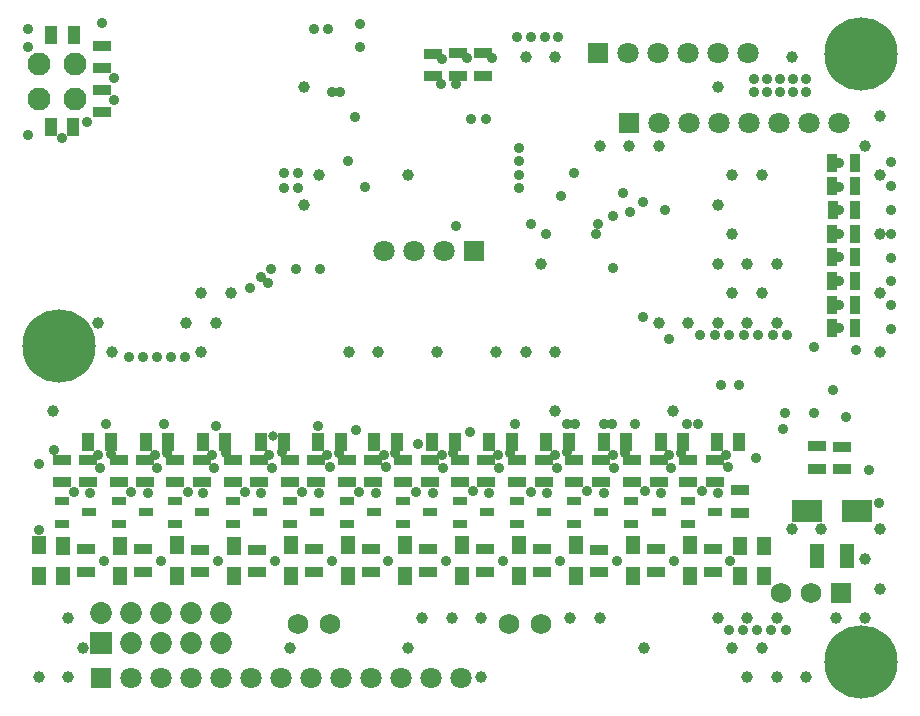
<source format=gbs>
G04*
G04 #@! TF.GenerationSoftware,Altium Limited,Altium Designer,18.1.9 (240)*
G04*
G04 Layer_Color=16711935*
%FSLAX44Y44*%
%MOMM*%
G71*
G01*
G75*
%ADD31R,1.1032X1.5032*%
%ADD36R,1.5032X0.9032*%
%ADD37R,0.9032X1.5032*%
%ADD43C,6.2032*%
%ADD44C,1.8032*%
%ADD45R,1.8032X1.8032*%
%ADD46C,1.8532*%
%ADD47R,1.8532X1.8532*%
%ADD48C,1.7272*%
%ADD49R,1.7272X1.7272*%
%ADD50C,1.9532*%
%ADD51C,1.0032*%
%ADD52C,0.8032*%
%ADD53C,0.9032*%
%ADD69R,1.2032X1.6032*%
%ADD70R,1.2532X0.8032*%
%ADD71R,1.2032X2.0032*%
%ADD72R,2.5032X1.9032*%
D31*
X203090Y199680D02*
D03*
X184090D02*
D03*
X444840D02*
D03*
X425840D02*
D03*
X-42250Y466250D02*
D03*
X-23250D02*
D03*
X-23000Y544500D02*
D03*
X-42000D02*
D03*
X521590Y199680D02*
D03*
X540590D02*
D03*
X474090D02*
D03*
X493090D02*
D03*
X377340D02*
D03*
X396340D02*
D03*
X328840D02*
D03*
X347840D02*
D03*
X231658D02*
D03*
X250658D02*
D03*
X280590D02*
D03*
X299590D02*
D03*
X135840D02*
D03*
X154840D02*
D03*
X86590D02*
D03*
X105590D02*
D03*
X38090D02*
D03*
X57090D02*
D03*
X-10410D02*
D03*
X8590D02*
D03*
D36*
X518340Y108930D02*
D03*
Y89930D02*
D03*
X470340Y108930D02*
D03*
Y89930D02*
D03*
X421840Y108680D02*
D03*
Y89680D02*
D03*
X373590Y108930D02*
D03*
Y89930D02*
D03*
X325340Y108930D02*
D03*
Y89930D02*
D03*
X277090Y108930D02*
D03*
Y89930D02*
D03*
X228840Y108930D02*
D03*
Y89930D02*
D03*
X180340Y108930D02*
D03*
Y89930D02*
D03*
X132090Y108680D02*
D03*
Y89680D02*
D03*
X83840Y108680D02*
D03*
Y89680D02*
D03*
X35590Y108930D02*
D03*
Y89930D02*
D03*
X-12660Y108930D02*
D03*
Y89930D02*
D03*
X541516Y140006D02*
D03*
Y159006D02*
D03*
X520340Y165680D02*
D03*
Y184680D02*
D03*
X497340Y165680D02*
D03*
Y184680D02*
D03*
X472340Y165680D02*
D03*
Y184680D02*
D03*
X449590Y165680D02*
D03*
Y184680D02*
D03*
X423840Y165680D02*
D03*
Y184680D02*
D03*
X400840Y165680D02*
D03*
Y184680D02*
D03*
X375090Y165680D02*
D03*
Y184680D02*
D03*
X352090Y165680D02*
D03*
Y184680D02*
D03*
X326340Y165680D02*
D03*
Y184680D02*
D03*
X303840Y165680D02*
D03*
Y184680D02*
D03*
X278590Y184680D02*
D03*
Y165680D02*
D03*
X255590Y165680D02*
D03*
Y184680D02*
D03*
X230120Y165680D02*
D03*
Y184680D02*
D03*
X208090Y165680D02*
D03*
Y184680D02*
D03*
X181860Y165680D02*
D03*
Y184680D02*
D03*
X159840Y165680D02*
D03*
Y184680D02*
D03*
X133600Y165680D02*
D03*
Y184680D02*
D03*
X111590Y165680D02*
D03*
Y184680D02*
D03*
X85340D02*
D03*
Y165680D02*
D03*
X62840Y184680D02*
D03*
Y165680D02*
D03*
X37080Y184680D02*
D03*
Y165680D02*
D03*
X15090Y184680D02*
D03*
Y165680D02*
D03*
X-11180Y184680D02*
D03*
Y165680D02*
D03*
X-33160D02*
D03*
Y184680D02*
D03*
X606530Y176970D02*
D03*
Y195970D02*
D03*
X627740Y176810D02*
D03*
Y195810D02*
D03*
X323500Y509750D02*
D03*
Y528750D02*
D03*
X302250Y509750D02*
D03*
Y528750D02*
D03*
X281000Y509500D02*
D03*
Y528500D02*
D03*
X1250Y478750D02*
D03*
Y497750D02*
D03*
Y516000D02*
D03*
Y535000D02*
D03*
D37*
X638500Y356000D02*
D03*
X619500D02*
D03*
X638500Y296000D02*
D03*
X619500D02*
D03*
X638500Y315857D02*
D03*
X619500D02*
D03*
X638500Y335964D02*
D03*
X619500D02*
D03*
X638500Y376000D02*
D03*
X619500D02*
D03*
X638560Y396000D02*
D03*
X619560D02*
D03*
X638500Y416143D02*
D03*
X619500D02*
D03*
X638370Y436250D02*
D03*
X619370D02*
D03*
D43*
X-35765Y280937D02*
D03*
X643860Y528340D02*
D03*
Y13226D02*
D03*
D44*
X290400Y361250D02*
D03*
X265000D02*
D03*
X239600D02*
D03*
X203200Y0D02*
D03*
X127000D02*
D03*
X76200D02*
D03*
X25400D02*
D03*
X50800D02*
D03*
X101600D02*
D03*
X152400D02*
D03*
X177800D02*
D03*
X228600D02*
D03*
X254000D02*
D03*
X279400D02*
D03*
X304800D02*
D03*
X574410Y470000D02*
D03*
X523610D02*
D03*
X472810D02*
D03*
X498210D02*
D03*
X549010D02*
D03*
X599810D02*
D03*
X625210D02*
D03*
X497450Y529500D02*
D03*
X446650D02*
D03*
X472050D02*
D03*
X522850D02*
D03*
X548250D02*
D03*
D45*
X315800Y361250D02*
D03*
X0Y0D02*
D03*
X447410Y470000D02*
D03*
X421250Y529500D02*
D03*
D46*
X25400Y54610D02*
D03*
Y29210D02*
D03*
X0Y54610D02*
D03*
X50800Y29210D02*
D03*
Y54610D02*
D03*
X76200Y29210D02*
D03*
X101600D02*
D03*
X76200Y54610D02*
D03*
X101600D02*
D03*
D47*
X0Y29210D02*
D03*
D48*
X194000Y45500D02*
D03*
X167000D02*
D03*
X372750D02*
D03*
X345750D02*
D03*
X601300Y72020D02*
D03*
X575900D02*
D03*
D49*
X626700D02*
D03*
D50*
X-22000Y489750D02*
D03*
Y519750D02*
D03*
X-52000Y489750D02*
D03*
Y519750D02*
D03*
D51*
X322340Y680D02*
D03*
X659840Y475680D02*
D03*
X647340Y450680D02*
D03*
X659840Y425680D02*
D03*
Y375680D02*
D03*
Y325680D02*
D03*
Y275680D02*
D03*
Y125680D02*
D03*
X647340Y100680D02*
D03*
X659840Y75680D02*
D03*
X647340Y50680D02*
D03*
X622340D02*
D03*
X609840Y125680D02*
D03*
X597340Y680D02*
D03*
X584840Y525680D02*
D03*
X572340Y350680D02*
D03*
Y300680D02*
D03*
X584840Y125680D02*
D03*
X572340Y50680D02*
D03*
Y680D02*
D03*
X559840Y425680D02*
D03*
X547340Y350680D02*
D03*
X559840Y325680D02*
D03*
X547340Y300680D02*
D03*
Y50680D02*
D03*
X559840Y25680D02*
D03*
X547340Y680D02*
D03*
X522340Y500680D02*
D03*
X534840Y425680D02*
D03*
X522340Y400680D02*
D03*
X534840Y375680D02*
D03*
X522340Y350680D02*
D03*
X534840Y325680D02*
D03*
X522340Y300680D02*
D03*
Y50680D02*
D03*
X534840Y25680D02*
D03*
X497340Y300680D02*
D03*
X472340Y450680D02*
D03*
Y300680D02*
D03*
X484840Y225680D02*
D03*
X447340Y450680D02*
D03*
X459840Y25680D02*
D03*
X422340Y450680D02*
D03*
Y50680D02*
D03*
X397340D02*
D03*
X384840Y525680D02*
D03*
X372340Y350680D02*
D03*
X384840Y275680D02*
D03*
Y225680D02*
D03*
X359840Y525680D02*
D03*
Y275680D02*
D03*
X334840D02*
D03*
X322340Y50680D02*
D03*
X297340D02*
D03*
X284840Y275680D02*
D03*
X272340Y50680D02*
D03*
X259840Y425680D02*
D03*
Y25680D02*
D03*
X234840Y275680D02*
D03*
X209840D02*
D03*
X172340Y500680D02*
D03*
X184840Y425680D02*
D03*
X172340Y400680D02*
D03*
X159840Y25680D02*
D03*
X109840Y325680D02*
D03*
X97340Y300680D02*
D03*
X84840Y325680D02*
D03*
X72340Y300680D02*
D03*
X84840Y275680D02*
D03*
X-2660Y300680D02*
D03*
X9840Y275680D02*
D03*
X-27660Y50680D02*
D03*
X-15160Y25680D02*
D03*
X-27660Y680D02*
D03*
X-40160Y225680D02*
D03*
X-52660Y680D02*
D03*
D52*
X145750Y204750D02*
D03*
D53*
X312250Y208510D02*
D03*
X490868Y190180D02*
D03*
X444250Y190250D02*
D03*
X395030Y191000D02*
D03*
X346780Y190180D02*
D03*
X298530Y190500D02*
D03*
X249500Y190713D02*
D03*
X201899D02*
D03*
X153500Y191037D02*
D03*
X105750Y190680D02*
D03*
X56280Y190755D02*
D03*
X8250Y190000D02*
D03*
X-39410Y193180D02*
D03*
X354250Y414750D02*
D03*
X354364Y426000D02*
D03*
X219820Y533820D02*
D03*
X196030Y495840D02*
D03*
X219820Y554000D02*
D03*
X540590Y247726D02*
D03*
X525497D02*
D03*
X433743Y347438D02*
D03*
X743Y554438D02*
D03*
X-61257Y534438D02*
D03*
X-11437Y470565D02*
D03*
X509000Y158000D02*
D03*
X461000D02*
D03*
X412000D02*
D03*
X364000Y157800D02*
D03*
X315150Y158000D02*
D03*
X218566Y157750D02*
D03*
X170283Y157800D02*
D03*
X122000Y157675D02*
D03*
X73750Y157800D02*
D03*
X26000D02*
D03*
X-22500D02*
D03*
X578000Y211000D02*
D03*
X604268Y224000D02*
D03*
X477408Y395966D02*
D03*
X300688Y382535D02*
D03*
X376900Y375500D02*
D03*
X389786Y407707D02*
D03*
X288000Y502750D02*
D03*
X313400Y473000D02*
D03*
X326000D02*
D03*
X364257Y384474D02*
D03*
X433500Y390750D02*
D03*
X300700Y502750D02*
D03*
X166953Y415228D02*
D03*
X155406D02*
D03*
X166953Y427237D02*
D03*
X155406D02*
D03*
X23743Y271438D02*
D03*
X35710D02*
D03*
X47678D02*
D03*
X59645D02*
D03*
X71613D02*
D03*
X192362Y549856D02*
D03*
X180841D02*
D03*
X352737Y542677D02*
D03*
X364257D02*
D03*
X375777D02*
D03*
X387297D02*
D03*
X596915Y496045D02*
D03*
Y507080D02*
D03*
X585942D02*
D03*
Y496045D02*
D03*
X574968D02*
D03*
Y507080D02*
D03*
X563994Y496045D02*
D03*
Y507080D02*
D03*
X553021Y496045D02*
D03*
Y507080D02*
D03*
X669408Y295308D02*
D03*
Y315504D02*
D03*
Y335700D02*
D03*
Y355895D02*
D03*
Y376091D02*
D03*
Y396287D02*
D03*
Y416483D02*
D03*
Y436679D02*
D03*
X581274Y290728D02*
D03*
X568969D02*
D03*
X556663D02*
D03*
X544357D02*
D03*
X532051D02*
D03*
X519746D02*
D03*
X507440D02*
D03*
X141391Y334564D02*
D03*
X136061Y339406D02*
D03*
X522584Y156908D02*
D03*
X505677Y214946D02*
D03*
X496449D02*
D03*
X266903Y157800D02*
D03*
X268965Y197686D02*
D03*
X452250Y215250D02*
D03*
X425658Y214946D02*
D03*
X432508D02*
D03*
X401560D02*
D03*
X394711D02*
D03*
X350887D02*
D03*
X216439Y210102D02*
D03*
X183785Y212963D02*
D03*
X97814D02*
D03*
X53791Y214753D02*
D03*
X-52315Y181139D02*
D03*
X4811Y214638D02*
D03*
X202961Y495840D02*
D03*
X209730Y437802D02*
D03*
X579838Y40703D02*
D03*
X567871D02*
D03*
X555903D02*
D03*
X543936D02*
D03*
X531968D02*
D03*
X400500Y427250D02*
D03*
X-61400Y459750D02*
D03*
Y549750D02*
D03*
X11000Y489500D02*
D03*
X-32750Y456750D02*
D03*
X11000Y508000D02*
D03*
X419280Y376092D02*
D03*
X420949Y384474D02*
D03*
X448383Y394237D02*
D03*
X215569Y475232D02*
D03*
X354364Y437781D02*
D03*
X223775Y415982D02*
D03*
X354364Y448704D02*
D03*
X331348Y524740D02*
D03*
X441844Y410511D02*
D03*
X185720Y346250D02*
D03*
X165020D02*
D03*
X144320D02*
D03*
X481238Y287291D02*
D03*
X126203Y330126D02*
D03*
X458754Y403268D02*
D03*
Y305930D02*
D03*
X579067Y224463D02*
D03*
X288524Y524305D02*
D03*
X309750Y524740D02*
D03*
X625250Y296000D02*
D03*
Y315857D02*
D03*
Y335964D02*
D03*
Y356000D02*
D03*
Y376000D02*
D03*
Y396000D02*
D03*
Y416000D02*
D03*
Y436250D02*
D03*
X604000Y280250D02*
D03*
X639000Y277750D02*
D03*
X650750Y176250D02*
D03*
X659000Y148500D02*
D03*
X619880Y243540D02*
D03*
X631370Y221040D02*
D03*
X529680Y188342D02*
D03*
X481076D02*
D03*
X433265D02*
D03*
X384640D02*
D03*
X335992D02*
D03*
X240053Y188399D02*
D03*
X289000D02*
D03*
X191146D02*
D03*
X142778D02*
D03*
X94141D02*
D03*
X45894D02*
D03*
X-2609Y188356D02*
D03*
X554433Y186229D02*
D03*
X474480Y156908D02*
D03*
X425809D02*
D03*
X388664Y99246D02*
D03*
X377634Y156908D02*
D03*
X329044D02*
D03*
X241158Y178180D02*
D03*
X289466Y177971D02*
D03*
X281340Y156908D02*
D03*
X233090D02*
D03*
X243590Y99180D02*
D03*
X184590Y156908D02*
D03*
X135340D02*
D03*
X86742Y156930D02*
D03*
X39590Y156908D02*
D03*
X-410Y177930D02*
D03*
X47590D02*
D03*
X-52660Y125582D02*
D03*
X-8948Y156908D02*
D03*
X96090Y177930D02*
D03*
X144840D02*
D03*
X193840Y178180D02*
D03*
X337340Y177971D02*
D03*
X386391Y177967D02*
D03*
X434292Y177955D02*
D03*
X531230Y178370D02*
D03*
X482781Y177955D02*
D03*
X532820Y99246D02*
D03*
X485212D02*
D03*
X436851D02*
D03*
X292090Y99180D02*
D03*
X340340D02*
D03*
X195590D02*
D03*
X147340D02*
D03*
X99090D02*
D03*
X50800D02*
D03*
X2590D02*
D03*
D69*
X561570Y86030D02*
D03*
Y112030D02*
D03*
X541250Y86030D02*
D03*
Y112030D02*
D03*
X498590Y86180D02*
D03*
Y112180D02*
D03*
X450340Y86180D02*
D03*
Y112180D02*
D03*
X402090Y86180D02*
D03*
Y112180D02*
D03*
X353840Y86180D02*
D03*
Y112180D02*
D03*
X305840Y86180D02*
D03*
Y112180D02*
D03*
X257340Y86180D02*
D03*
Y112180D02*
D03*
X209090Y86180D02*
D03*
Y112180D02*
D03*
X160840Y86180D02*
D03*
Y112180D02*
D03*
X112590Y86030D02*
D03*
Y112030D02*
D03*
X64340Y86180D02*
D03*
Y112180D02*
D03*
X16090Y85930D02*
D03*
Y111930D02*
D03*
X-32410Y85930D02*
D03*
Y111930D02*
D03*
X-52660Y86180D02*
D03*
Y112180D02*
D03*
D70*
X497340Y130680D02*
D03*
Y149680D02*
D03*
X520340Y140180D02*
D03*
X449340Y130680D02*
D03*
Y149680D02*
D03*
X472340Y140180D02*
D03*
X400840Y130680D02*
D03*
Y149680D02*
D03*
X423840Y140180D02*
D03*
X352090Y130680D02*
D03*
Y149680D02*
D03*
X375090Y140180D02*
D03*
X303840Y130680D02*
D03*
Y149680D02*
D03*
X326840Y140180D02*
D03*
X255590Y130680D02*
D03*
Y149680D02*
D03*
X278590Y140180D02*
D03*
X208090Y130680D02*
D03*
Y149680D02*
D03*
X231090Y140180D02*
D03*
X159840Y130680D02*
D03*
Y149680D02*
D03*
X182840Y140180D02*
D03*
X111590Y130680D02*
D03*
Y149680D02*
D03*
X134590Y140180D02*
D03*
X62840Y130680D02*
D03*
Y149680D02*
D03*
X85840Y140180D02*
D03*
X15090Y130680D02*
D03*
Y149680D02*
D03*
X38090Y140180D02*
D03*
X-33160Y130680D02*
D03*
Y149680D02*
D03*
X-10160Y140180D02*
D03*
D71*
X606810Y103210D02*
D03*
X631810D02*
D03*
D72*
X639900Y140940D02*
D03*
X597900D02*
D03*
M02*

</source>
